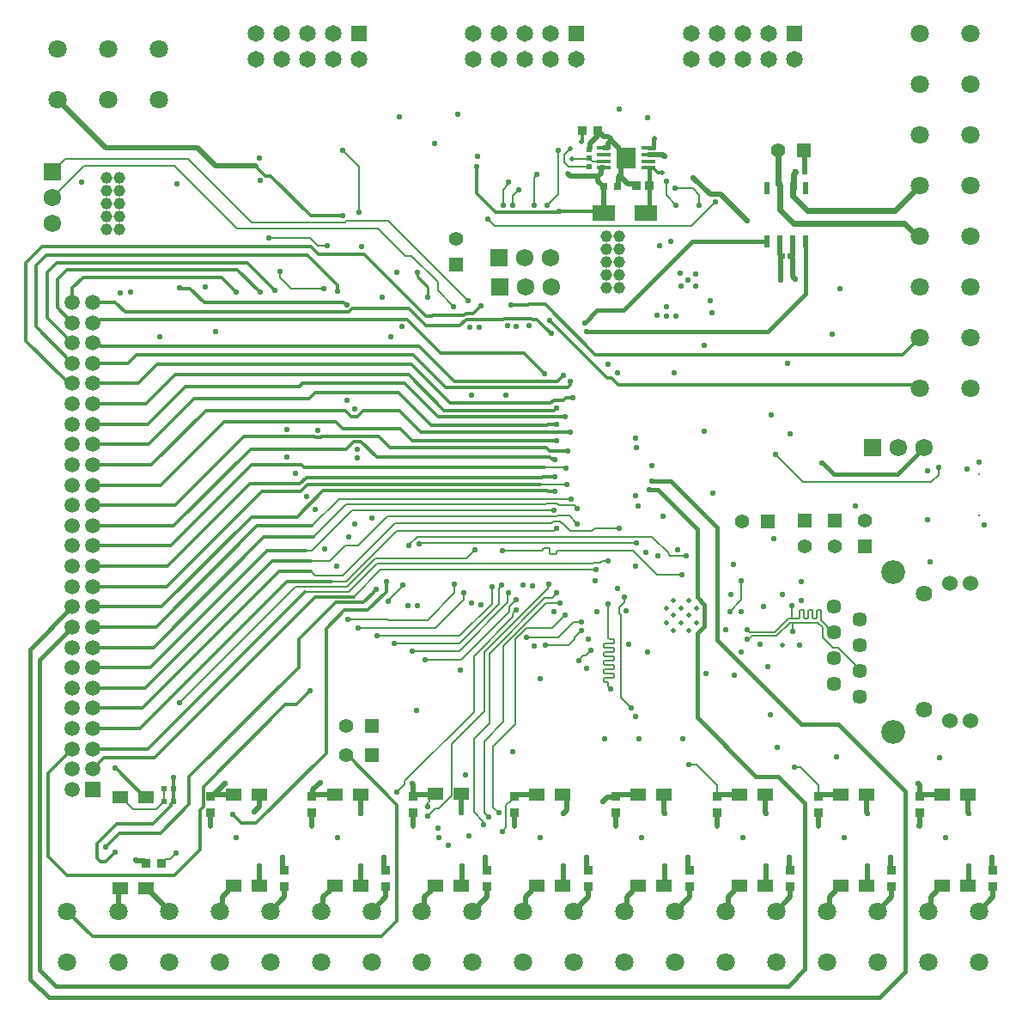
<source format=gbr>
%TF.GenerationSoftware,Altium Limited,Altium Designer,23.2.1 (34)*%
G04 Layer_Physical_Order=6*
G04 Layer_Color=16711680*
%FSLAX45Y45*%
%MOMM*%
%TF.SameCoordinates,D2D2B7A9-F2F8-4E87-A196-037FCC396BAD*%
%TF.FilePolarity,Positive*%
%TF.FileFunction,Copper,L6,Bot,Signal*%
%TF.Part,Single*%
G01*
G75*
%TA.AperFunction,SMDPad,CuDef*%
%ADD11R,0.55000X0.55000*%
%ADD12R,0.55000X0.55000*%
%ADD14R,0.85872X0.91213*%
%ADD15R,0.91213X0.85872*%
%ADD42R,0.80650X0.86822*%
%ADD44R,0.52000X0.52000*%
%TA.AperFunction,Conductor*%
%ADD47C,0.30000*%
%ADD48C,0.40000*%
%ADD49C,0.17000*%
%ADD50C,0.25000*%
%ADD51C,0.50000*%
%ADD53C,0.12700*%
%ADD55C,0.60000*%
%TA.AperFunction,ComponentPad*%
%ADD56C,1.40000*%
%ADD57R,1.40000X1.40000*%
%ADD58C,1.72500*%
%ADD59R,1.72500X1.72500*%
%ADD60R,1.72500X1.72500*%
%ADD61R,1.40000X1.40000*%
%ADD62R,1.50000X1.50000*%
%ADD63C,1.50000*%
%ADD64R,1.65000X1.65000*%
%ADD65C,1.65000*%
%ADD66C,1.15000*%
%ADD67C,1.44600*%
%ADD68C,1.53000*%
%ADD69C,2.35500*%
%ADD70C,1.62500*%
%ADD71C,1.80000*%
%ADD72C,0.27500*%
%TA.AperFunction,ViaPad*%
%ADD73C,0.55000*%
%ADD74C,0.50000*%
%TA.AperFunction,SMDPad,CuDef*%
%ADD75R,1.50000X1.30000*%
%ADD76R,1.84600X2.15000*%
%ADD77R,1.40000X0.45000*%
%ADD78R,2.20000X1.55000*%
%ADD79R,0.70000X0.65000*%
G04:AMPARAMS|DCode=80|XSize=0.55mm|YSize=1.25mm|CornerRadius=0.0495mm|HoleSize=0mm|Usage=FLASHONLY|Rotation=0.000|XOffset=0mm|YOffset=0mm|HoleType=Round|Shape=RoundedRectangle|*
%AMROUNDEDRECTD80*
21,1,0.55000,1.15100,0,0,0.0*
21,1,0.45100,1.25000,0,0,0.0*
1,1,0.09900,0.22550,-0.57550*
1,1,0.09900,-0.22550,-0.57550*
1,1,0.09900,-0.22550,0.57550*
1,1,0.09900,0.22550,0.57550*
%
%ADD80ROUNDEDRECTD80*%
%TA.AperFunction,Conductor*%
%ADD81C,0.50800*%
D11*
X12355010Y4179999D02*
D03*
X12445010D02*
D03*
X12355010Y4304999D02*
D03*
X12445010D02*
D03*
X18578281Y10388600D02*
D03*
X18668280D02*
D03*
D12*
X16543021Y10433600D02*
D03*
Y10343600D02*
D03*
X16545560Y10608860D02*
D03*
Y10518860D02*
D03*
D14*
X12172329Y3575000D02*
D03*
X12327671D02*
D03*
X16475510Y10792460D02*
D03*
X16630852D02*
D03*
D15*
X19800000Y4227671D02*
D03*
Y4072329D02*
D03*
X18801842Y4227671D02*
D03*
Y4072329D02*
D03*
X17803682Y4227671D02*
D03*
Y4072329D02*
D03*
X16805524Y4227671D02*
D03*
Y4072329D02*
D03*
X15807364Y4227671D02*
D03*
Y4072329D02*
D03*
X14809206Y4227671D02*
D03*
Y4072329D02*
D03*
X13811046Y4227670D02*
D03*
Y4072329D02*
D03*
X12812888Y4227671D02*
D03*
Y4072329D02*
D03*
X20525000Y3500000D02*
D03*
Y3344659D02*
D03*
X19526842Y3500000D02*
D03*
Y3344659D02*
D03*
X18528682Y3500000D02*
D03*
Y3344659D02*
D03*
X17530524Y3500000D02*
D03*
Y3344659D02*
D03*
X16532364Y3500000D02*
D03*
Y3344659D02*
D03*
X15534206Y3500000D02*
D03*
Y3344659D02*
D03*
X14536046Y3500000D02*
D03*
Y3344659D02*
D03*
X13537888Y3500000D02*
D03*
Y3344659D02*
D03*
D42*
X17132300Y10253980D02*
D03*
X17007129D02*
D03*
D44*
X18526120Y9555480D02*
D03*
X18446120D02*
D03*
D47*
X13657011Y5134398D02*
X13796243Y5273630D01*
X13549419Y5134398D02*
X13657011D01*
X12739580Y4324560D02*
X13549419Y5134398D01*
X13114989Y3966511D02*
X13262560D01*
X13949680Y4653632D01*
Y5885180D01*
X14362093Y6068060D02*
X14541499Y6247468D01*
X14132561Y6068060D02*
X14362093D01*
X14541499Y6247468D02*
Y6344920D01*
X13338843Y6785643D02*
X13822372D01*
X12253201Y5700001D02*
X13338843Y6785643D01*
X13270226Y6894825D02*
X13808005D01*
X12275401Y5900001D02*
X13270226Y6894825D01*
X13212781Y6984700D02*
X13662276D01*
X13919116Y7241540D02*
X16131540D01*
X13662276Y6984700D02*
X13919116Y7241540D01*
X12881696Y7856220D02*
X12946040Y7920565D01*
X14046484D02*
X14110831Y7856220D01*
X12946040Y7920565D02*
X14046484D01*
X14110831Y7856220D02*
X14678661D01*
X12875259D02*
X12881696D01*
X12319041Y7300001D02*
X12875259Y7856220D01*
X11649999Y7300001D02*
X12319041D01*
X14175763Y9004818D02*
X14208266Y9037320D01*
X11967962Y9004818D02*
X14175763D01*
X11872779Y9100001D02*
X11967962Y9004818D01*
X14762480Y9037320D02*
X14932660Y8867140D01*
X14208266Y9037320D02*
X14762480D01*
X14146115Y9077960D02*
X14152879D01*
X14123254Y9100820D02*
X14146115Y9077960D01*
X12748260Y9100820D02*
X14123254D01*
X12610803Y9238277D02*
X12748260Y9100820D01*
X12509203Y9238277D02*
X12610803D01*
X12504420Y9243060D02*
X12509203Y9238277D01*
X14746210Y8930640D02*
X15076408Y8600440D01*
X11727572Y8930640D02*
X14746210D01*
X11719894Y8922961D02*
X11727572Y8930640D01*
X11649999Y8900000D02*
X11672959Y8922961D01*
X11719894D01*
X13256261Y10439765D02*
X13350604Y10345420D01*
X13256261Y10439765D02*
Y10441940D01*
X13350604Y10345420D02*
X13406120D01*
X13799820Y9951720D01*
X14114780D01*
X15430499Y10175240D02*
X15617290Y9988450D01*
X15430499Y10175240D02*
Y10439400D01*
X15617290Y9988450D02*
X16230086D01*
X16236536Y9994900D02*
X16243300D01*
X16230086Y9988450D02*
X16236536Y9994900D01*
X16691380Y9982640D02*
X16691820Y9982200D01*
X16679120Y9994900D02*
X16691380Y9982640D01*
X16243300Y9994900D02*
X16679120D01*
X17126241Y10425720D02*
X17133740Y10418220D01*
X17222472Y10376989D02*
X17258211D01*
X17259300Y10375900D01*
X17133740Y10418220D02*
X17181239D01*
X17222472Y10376989D01*
X17126241Y10425720D02*
X17132300Y10419660D01*
X16472435Y10688855D02*
Y10789385D01*
X16469360Y10685780D02*
X16472435Y10688855D01*
Y10789385D02*
X16475510Y10792460D01*
X12739580Y4131520D02*
Y4324560D01*
X13949680Y5885180D02*
X14132561Y6068060D01*
X13842815Y7768000D02*
X13899065D01*
X12461941Y7100001D02*
X13136700Y7774760D01*
X13836055D01*
X13905824D02*
X14470560D01*
X13836055D02*
X13842815Y7768000D01*
X13899065D02*
X13905824Y7774760D01*
X14451567Y7571740D02*
X16156940D01*
X14291248Y7732060D02*
X14451567Y7571740D01*
X13205460Y7655560D02*
X14151373D01*
X14227873Y7732060D01*
X12449900Y6900000D02*
X13205460Y7655560D01*
X15310185Y8968740D02*
X15332866Y8991420D01*
X15000208Y8968740D02*
X15310185D01*
X15332866Y8991420D02*
X15399840D01*
X14994827Y8963360D02*
X15000208Y8968740D01*
X14931453Y8963360D02*
X14994827D01*
X15707175Y8940120D02*
X15979324D01*
X15986266Y8933180D01*
X16026927D02*
X16121010Y8839097D01*
X15986266Y8933180D02*
X16026927D01*
X15335013D02*
X15700235D01*
X15268973Y8867140D02*
X15335013Y8933180D01*
X15700235D02*
X15707175Y8940120D01*
X15399840Y8991420D02*
X15476221Y9067800D01*
X14932660Y8867140D02*
X15268973D01*
X13878419Y9573260D02*
X14321553D01*
X14931453Y8963360D01*
X15076408Y8600440D02*
X15902940D01*
X16103600Y8399780D01*
X12600940Y4422140D02*
X13682980Y5504180D01*
Y5781040D02*
X14043660Y6141720D01*
X13682980Y5504180D02*
Y5781040D01*
X14043660Y6141720D02*
X14320520D01*
X15938776Y9070000D02*
X15949275Y9080500D01*
X15770000Y9070000D02*
X15938776D01*
X15949275Y9080500D02*
X16111285D01*
X16121010Y8839097D02*
X16126231D01*
X11200000Y9396600D02*
X11290300Y9486900D01*
X11200000Y8949999D02*
Y9396600D01*
Y8949999D02*
X11449998Y8700001D01*
X11300000Y9049999D02*
X11449998Y8900000D01*
X11300000Y9331500D02*
X11391900Y9423400D01*
X11300000Y9049999D02*
Y9331500D01*
X10990580Y9491980D02*
X11150600Y9652000D01*
X10990580Y8719820D02*
Y9491980D01*
Y8719820D02*
X11376396Y8334004D01*
X16197946Y8036560D02*
X16223346Y8061960D01*
X16225520D01*
X15115540Y8036560D02*
X16197946D01*
X14765021Y8387080D02*
X15115540Y8036560D01*
X16160513Y8105140D02*
X16193832Y8138460D01*
X14790421Y8486140D02*
X15171420Y8105140D01*
X16160513D01*
X15133321Y8262620D02*
X16329660D01*
X16353773Y8286733D01*
X14810741Y8585200D02*
X15133321Y8262620D01*
X16353773Y8286733D02*
Y8314673D01*
X16357600Y8318500D01*
X16193832Y8138460D02*
X16257207D01*
X16285728Y8134790D02*
X16314499Y8163560D01*
X16260876Y8134790D02*
X16285728D01*
X16257207Y8138460D02*
X16260876Y8134790D01*
X11995041Y8500001D02*
X12080240Y8585200D01*
X14810741D01*
X11722093Y8677040D02*
X11727572Y8671560D01*
X14864079D02*
X15214600Y8321040D01*
X11649999Y8700001D02*
X11672959Y8677040D01*
X11722093D01*
X11727572Y8671560D02*
X14864079D01*
X14058900Y9207500D02*
Y9268460D01*
X11188700Y9563100D02*
X13764259D01*
X14058900Y9268460D01*
X13524467Y9652000D02*
X13799680D01*
X13878419Y9573260D01*
X13460493Y9652000D02*
X13460793Y9651700D01*
X11150600Y9652000D02*
X13460493D01*
X13524167Y9651700D02*
X13524467Y9652000D01*
X13460793Y9651700D02*
X13524167D01*
X11557000Y9347200D02*
X12920979D01*
X13065759Y9202420D01*
X11391900Y9423400D02*
X13073380D01*
X13296899Y9199880D01*
X11290300Y9486900D02*
X13172440D01*
X13441679Y9217660D01*
X12445505Y4305492D02*
Y4419105D01*
X12446000Y4419600D01*
X12445011Y4304997D02*
X12445505Y4305492D01*
X11877620Y4508500D02*
X12161682Y4224438D01*
X11871960Y4508500D02*
X11877620D01*
X12161682Y4224438D02*
X12171682D01*
X12255500Y4610100D02*
X13842999Y6197600D01*
X11649999Y4500001D02*
X11760098Y4610100D01*
X12255500D01*
X12245340Y3959860D02*
X12420208Y4134728D01*
X11884660Y3959860D02*
X12245340D01*
X11688940Y3764140D02*
X11884660Y3959860D01*
X11688940Y3622728D02*
Y3764140D01*
X12420208Y4134728D02*
Y4155195D01*
X12445011Y4179997D01*
X11688940Y3622728D02*
X11727867Y3583801D01*
X11777841D01*
X11871960Y3677920D01*
X11915525Y3868805D02*
X12316845D01*
X12600940Y4152900D01*
X11775440Y3728720D02*
X11915525Y3868805D01*
X12445011Y4179997D02*
Y4304997D01*
X14320520Y6141720D02*
X14419279Y6240480D01*
X12600940Y4152900D02*
Y4422140D01*
X14419279Y6240480D02*
Y6245228D01*
X14442439Y6268388D01*
X13842999Y6197600D02*
X14222021D01*
X13027660Y4053840D02*
X13114989Y3966511D01*
X12705080Y4097020D02*
X12739580Y4131520D01*
X12705080Y3703320D02*
Y4097020D01*
X12451080Y3449320D02*
X12705080Y3703320D01*
X11206480Y3637280D02*
X11394440Y3449320D01*
X12451080D01*
X11206480Y3637280D02*
Y4456482D01*
X11449998Y4700001D01*
X19718851Y8290560D02*
X19759410Y8250000D01*
X16828532Y8290560D02*
X19718851D01*
X16765033Y8354060D02*
X16828532Y8290560D01*
X19759410Y8250000D02*
X19800000D01*
X16154401Y8923020D02*
X16202361Y8875060D01*
X16203867D02*
X16248680Y8830247D01*
Y8828740D02*
X16723360Y8354060D01*
X16202361Y8875060D02*
X16203867D01*
X16248680Y8828740D02*
Y8830247D01*
X16723360Y8354060D02*
X16765033D01*
X16111285Y9080500D02*
X16606586Y8585200D01*
X19635152D02*
X19799995Y8750044D01*
X16606586Y8585200D02*
X19635152D01*
X11649999Y9100001D02*
X11872779D01*
X16166768Y8798560D02*
X16172180D01*
X16126231Y8839097D02*
X16166768Y8798560D01*
X14442439Y6268388D02*
Y6273800D01*
X12229480Y7500000D02*
X12763500Y8034020D01*
X14138673D01*
X11649999Y7500000D02*
X12229480D01*
X16228059Y8321040D02*
X16289020Y8382000D01*
X15214600Y8321040D02*
X16228059D01*
X11449998Y9240198D02*
X11557000Y9347200D01*
X11449998Y9100001D02*
Y9240198D01*
X11378841Y8334004D02*
X11412845Y8300000D01*
X11376396Y8334004D02*
X11378841D01*
X11412845Y8300000D02*
X11449998D01*
X11087100Y8862899D02*
X11449998Y8500001D01*
X11087100Y8862899D02*
Y9461500D01*
X11188700Y9563100D01*
X16314499Y8163560D02*
X16380460D01*
X12094760Y8300000D02*
X12280900Y8486140D01*
X14790421D01*
X11649999Y8300000D02*
X12094760D01*
X11649999Y8500001D02*
X11995041D01*
X12198341Y7700001D02*
X12646660Y8148320D01*
X13779500D01*
X13843300Y8212120D01*
X13687228Y8272780D02*
X13715169Y8300720D01*
X12192600Y7900000D02*
X12565380Y8272780D01*
X13687228D01*
X11649999Y8100001D02*
X12176701D01*
X12463780Y8387080D01*
X14765021D01*
X11649999Y7900000D02*
X12192600D01*
X11649999Y7700001D02*
X12198341D01*
X15052040Y7973060D02*
X16304260D01*
X14724380Y8300720D02*
X15052040Y7973060D01*
X16136620Y7894320D02*
X16218787D01*
X16131540Y7889240D02*
X16136620Y7894320D01*
X16352895Y7817820D02*
X16353975Y7818900D01*
X14884700Y7817820D02*
X16352895D01*
X16215359Y7736840D02*
X16217900Y7734300D01*
X14798039Y7736840D02*
X16215359D01*
X16123209Y7665720D02*
X16156229Y7632700D01*
X16334740D01*
X13715169Y8300720D02*
X14724380D01*
X13843300Y8212120D02*
X14663120D01*
X14986000Y7889240D02*
X16131540D01*
X14663120Y8212120D02*
X14986000Y7889240D01*
X14668500Y8034020D02*
X14884700Y7817820D01*
X14319487Y8034020D02*
X14668500D01*
X14260767Y7975300D02*
X14319487Y8034020D01*
X14138673D02*
X14197392Y7975300D01*
X14260767D01*
X14678661Y7856220D02*
X14798039Y7736840D01*
X14579601Y7665720D02*
X16123209D01*
X14470560Y7774760D02*
X14579601Y7665720D01*
X11649999Y5900001D02*
X12275401D01*
X12328081Y6100000D02*
X13212781Y6984700D01*
X11649999Y6100000D02*
X12328081D01*
X12417541Y6700001D02*
X13218159Y7500620D01*
X11649999Y6700001D02*
X12417541D01*
X13218159Y7500620D02*
X13703848D01*
X13195300Y7310120D02*
X13688060D01*
X12385180Y6500000D02*
X13195300Y7310120D01*
X11649999Y6500000D02*
X12385180D01*
X11649999Y7100001D02*
X12461941D01*
X11649999Y6900000D02*
X12449900D01*
X16173433Y7555247D02*
X16198833D01*
X16202660Y7551420D01*
X16156940Y7571740D02*
X16173433Y7555247D01*
X16081773Y7376160D02*
X16089394Y7383780D01*
X16207739D01*
X16135333Y7237747D02*
X16198833D01*
X16131540Y7241540D02*
X16135333Y7237747D01*
X16198833D02*
X16202660Y7233920D01*
X13699252Y7236460D02*
X13767833Y7305040D01*
X16057208D01*
X14227873Y7732060D02*
X14291248D01*
X13703848Y7500620D02*
X13734328Y7470140D01*
X16105643D01*
X13754100Y7376160D02*
X16081773D01*
X13688060Y7310120D02*
X13754100Y7376160D01*
X12378221Y6300001D02*
X13314680Y7236460D01*
X13699252D01*
X11649999Y6300001D02*
X12378221D01*
X11649999Y4700001D02*
X12193001D01*
X13742999Y6250000D01*
X11649999Y5700001D02*
X12253201D01*
X12166236Y5300001D02*
X13416235Y6550000D01*
X13800000D01*
X11649999Y5500000D02*
X12216236D01*
X13366235Y6650000D01*
X13750000D01*
X11649999Y5300001D02*
X12166236D01*
X11649999Y4900001D02*
X12116236D01*
X13566235Y6350000D02*
X14000000D01*
X12116236Y4900001D02*
X13566235Y6350000D01*
X11649999Y5100000D02*
X12141236D01*
X13491235Y6450000D01*
X13800000D01*
X11400000Y3100000D02*
X11650000Y2850000D01*
X14492384D01*
X14650000Y3007615D01*
Y4150000D01*
X14164500Y4635500D02*
X14650000Y4150000D01*
X14147800Y4635500D02*
X14164500D01*
D48*
X18845779Y7513320D02*
X18954999Y7404100D01*
X19580820D02*
X19848810Y7672090D01*
X18954999Y7404100D02*
X19580820D01*
X18841721Y7513320D02*
X18845779D01*
X18308392Y8813873D02*
X18679160Y9184640D01*
X16521298Y8813873D02*
X18308392D01*
X17176241Y10706694D02*
X17183099Y10713554D01*
X17176241Y10623220D02*
Y10706694D01*
X17183099Y10713554D02*
Y10716260D01*
X17173740Y10620720D02*
X17176241Y10623220D01*
X17126241Y10620720D02*
X17173740D01*
X17101820Y9982200D02*
X17132300Y10012680D01*
Y10250894D01*
Y10253980D02*
Y10419660D01*
X17607280Y5836041D02*
X17679700Y5908461D01*
X17607280Y5008880D02*
Y5836041D01*
Y5008880D02*
X18187669Y4428490D01*
X16500000Y8900000D02*
X16622079Y9022080D01*
X16885921D02*
X17563220Y9699380D01*
X16622079Y9022080D02*
X16885921D01*
X18187669Y4428490D02*
X18403571D01*
X18669000Y4163060D01*
Y2527300D02*
Y4163060D01*
X17607280Y6195155D02*
Y6865620D01*
X17679700Y5908461D02*
Y6122735D01*
X17607280Y6195155D02*
X17679700Y6122735D01*
X17221201Y7251700D02*
X17607280Y6865620D01*
X18679160Y9184640D02*
Y9699380D01*
X17563220D02*
X18298160D01*
X17132300Y7251700D02*
X17221201D01*
X17346300Y7342500D02*
X17805400Y6883400D01*
X17159599Y7342500D02*
X17346300D01*
X17805400Y5906458D02*
Y6883400D01*
Y5772462D02*
X18637563Y4940300D01*
X17805180Y5906238D02*
X17805400Y5906458D01*
Y5772462D02*
Y5838502D01*
X17805180Y5838722D02*
X17805400Y5838502D01*
X17805180Y5838722D02*
Y5906238D01*
X18503900Y2362200D02*
X18669000Y2527300D01*
X11285613Y2362200D02*
X18503900D01*
X18637563Y4940300D02*
X18999200D01*
X19659599Y4279900D01*
Y2501900D02*
Y4279900D01*
X19405600Y2247900D02*
X19659599Y2501900D01*
X11214100Y2247900D02*
X19405600D01*
X11125200Y2522613D02*
X11285613Y2362200D01*
X11030305Y2431695D02*
X11214100Y2247900D01*
X11125200Y5575202D02*
X11449998Y5900001D01*
X11125200Y2522613D02*
Y5575202D01*
X11030305Y2431695D02*
Y5680307D01*
X11449998Y6100000D01*
X17157700Y7340600D02*
X17159599Y7342500D01*
D49*
X18376900Y7602220D02*
X18648680Y7330440D01*
X19916141D01*
X19987260Y7401560D01*
Y7477760D01*
X15652901Y6127900D02*
Y6282801D01*
X15265401Y5740400D02*
X15652901Y6127900D01*
X14265572Y6702879D02*
X14553236Y6990544D01*
X13988562Y6550000D02*
X14141441Y6702879D01*
X14265572D01*
X13800000Y6550000D02*
X13988562D01*
X16259206Y6939317D02*
X16274722Y6923801D01*
X16189726Y6939317D02*
X16259206D01*
X16174210Y6923801D02*
X16189726Y6939317D01*
X14148729Y7112000D02*
X16114397D01*
X13822372Y6785643D02*
X14148729Y7112000D01*
X13808005Y6894825D02*
X14075980Y7162800D01*
X16366637D01*
X13216060Y9890320D02*
X14140213D01*
X11379200Y10515600D02*
X12590780D01*
X13216060Y9890320D01*
X13071289Y9825238D02*
X14462242D01*
X12628880Y10267647D02*
Y10271760D01*
X11564620Y10447020D02*
X12453620D01*
X12628880Y10271760D01*
Y10267647D02*
X13071289Y9825238D01*
X11252200Y10134600D02*
X11564620Y10447020D01*
X11252200Y10388600D02*
X11379200Y10515600D01*
X14462242Y9825238D02*
X14732001Y9555480D01*
X14140213Y9890320D02*
X14150813Y9900920D01*
X14732001Y9555480D02*
X14792960D01*
X15049500Y9220200D02*
Y9298940D01*
X14792960Y9555480D02*
X15049500Y9298940D01*
X14564360Y9900920D02*
X15349220Y9116060D01*
X14150813Y9900920D02*
X14564360D01*
X14274800Y9984740D02*
Y10434320D01*
X14114780Y10594340D02*
X14274800Y10434320D01*
X13870940Y9654540D02*
X13964920D01*
X13792200Y9733280D02*
X13870940Y9654540D01*
X15049500Y9220200D02*
X15209520Y9060180D01*
X16545560Y10518860D02*
X16573700Y10490720D01*
X16686240D01*
X16294504Y10482176D02*
X16343080Y10433600D01*
X16543021D01*
X16294504Y10482176D02*
Y10554104D01*
X16375380Y10515600D02*
X16542300D01*
X16545560Y10518860D01*
X16294504Y10554104D02*
X16357600Y10617200D01*
X17553198Y9849000D02*
X17791138Y10086939D01*
X15614500Y9849000D02*
X17553198D01*
X15544800Y9918700D02*
X15614500Y9849000D01*
X17302480Y10154920D02*
Y10297160D01*
Y10154920D02*
X17399001Y10058400D01*
X16238220Y10167620D02*
Y10594340D01*
X16128999Y10058400D02*
X16238220Y10167620D01*
X16733521Y5791498D02*
Y5808887D01*
Y5791498D02*
X16743478Y5781539D01*
X16783823D01*
X16790182Y5775179D01*
Y5745499D02*
Y5775179D01*
X16783823Y5739139D02*
X16790182Y5745499D01*
X16694913Y5739139D02*
X16783823D01*
X16688551Y5732779D02*
X16694913Y5739139D01*
X16688551Y5703099D02*
Y5732779D01*
Y5703099D02*
X16694913Y5696739D01*
X16783823D01*
X16790182Y5690380D01*
Y5660699D02*
Y5690380D01*
X16783823Y5654339D02*
X16790182Y5660699D01*
X16694913Y5654339D02*
X16783823D01*
X16688551Y5647980D02*
X16694913Y5654339D01*
X16688551Y5618299D02*
Y5647980D01*
Y5618299D02*
X16694913Y5611939D01*
X16783823D01*
X16790182Y5605580D01*
Y5575899D02*
Y5605580D01*
X16783823Y5569540D02*
X16790182Y5575899D01*
X16694913Y5569540D02*
X16783823D01*
X16688551Y5563180D02*
X16694913Y5569540D01*
X16688551Y5533499D02*
Y5563180D01*
Y5533499D02*
X16694913Y5527140D01*
X16783823D01*
X16790182Y5520780D01*
Y5491100D02*
Y5520780D01*
X16783823Y5484740D02*
X16790182Y5491100D01*
X16694913Y5484740D02*
X16783823D01*
X16688551Y5478380D02*
X16694913Y5484740D01*
X16688551Y5448700D02*
Y5478380D01*
Y5448700D02*
X16694913Y5442340D01*
X16783823D01*
X16790182Y5435980D01*
Y5406300D02*
Y5435980D01*
X16783823Y5399940D02*
X16790182Y5406300D01*
X16694913Y5399940D02*
X16783823D01*
X16688551Y5393580D02*
X16694913Y5399940D01*
X16688551Y5363900D02*
Y5393580D01*
Y5363900D02*
X16694913Y5357540D01*
X16723563D01*
X16733521Y5347581D01*
Y5339080D02*
Y5347581D01*
X16438879Y5572760D02*
X16485840Y5619720D01*
X16506160D02*
X16558260Y5671820D01*
X16485840Y5619720D02*
X16506160D01*
X16337215Y5720080D02*
X16398383Y5781247D01*
Y5793882D02*
X16466820Y5862320D01*
X16398383Y5781247D02*
Y5793882D01*
X16113760Y5720080D02*
X16337215D01*
X17330420Y6608701D02*
Y6624320D01*
X17340379Y6598742D02*
X17500423D01*
X14848367Y6791960D02*
X17162781D01*
X17330420Y6624320D01*
Y6608701D02*
X17340379Y6598742D01*
X14765021Y6708612D02*
X14848367Y6791960D01*
X14765021Y6700520D02*
Y6708612D01*
X17010381Y6725920D02*
X17012920Y6728460D01*
X14869160Y6725920D02*
X17010381D01*
X14866620Y6723380D02*
X14869160Y6725920D01*
X17500423Y6598742D02*
X17503140Y6601460D01*
X16232481Y6654800D02*
X16266161D01*
X16222311Y6644630D02*
X16232481Y6654800D01*
X16222311Y6627393D02*
Y6644630D01*
X16212141Y6617223D02*
X16222311Y6627393D01*
X16164680Y6617223D02*
X16212141D01*
X16154510Y6627393D02*
X16164680Y6617223D01*
X16154510Y6627393D02*
Y6666433D01*
X16144341Y6676603D02*
X16154510Y6666433D01*
X16096881Y6676603D02*
X16144341D01*
X16086711Y6666433D02*
X16096881Y6676603D01*
X16086711Y6664970D02*
Y6666433D01*
X16076541Y6654800D02*
X16086711Y6664970D01*
X16068040Y6654800D02*
X16076541D01*
X16266161D02*
X16974820D01*
X15689580D02*
X16068040D01*
X15267940Y5816600D02*
X15582899Y6131560D01*
X14452600Y5816600D02*
X15267940D01*
X15582899Y6131560D02*
Y6299200D01*
X16279221Y6923801D02*
X16357722Y6845300D01*
X16274722Y6923801D02*
X16279221D01*
X14627621D02*
X16174210D01*
X16221542Y6875062D02*
X16224466D01*
X13750000Y6650000D02*
X13810260D01*
X14208760Y7048500D02*
X16098500D01*
X13810260Y6650000D02*
X14208760Y7048500D01*
X14114780Y6410960D02*
X14627621Y6923801D01*
X13800000Y6450000D02*
X13839040Y6410960D01*
X14114780D01*
X13497560Y9344660D02*
Y9403080D01*
Y9344660D02*
X13604240Y9237980D01*
X13926820D01*
X13383260Y9733280D02*
X13792200D01*
X12501880Y5153660D02*
X13644881Y6296660D01*
X14155420D01*
X14437360Y6578600D01*
X15335400D01*
X15420340Y6663540D01*
X12327670Y3574998D02*
Y3577669D01*
X12362105Y3612105D01*
X12415745D01*
X12473940Y3670300D01*
X12355008Y4179997D02*
Y4304997D01*
X12279651Y4104640D02*
X12355008Y4179997D01*
X12047480Y4104640D02*
X12279651D01*
X11927682Y4224438D02*
X12047480Y4104640D01*
X11917682Y4224438D02*
X11927682D01*
X14564360Y6154420D02*
Y6162040D01*
X14706599Y6304280D01*
Y6311900D01*
X14222021Y6197600D02*
X14488722Y6464300D01*
X14168120Y5976620D02*
X14558665D01*
X14566286Y5969000D02*
X14947900D01*
X14558665Y5976620D02*
X14566286Y5969000D01*
X16974820Y6654800D02*
X17216119Y6413500D01*
X16311880Y7470140D02*
X16314420Y7467600D01*
X16057208Y7305040D02*
X16324580D01*
X16105643Y7470140D02*
X16311880D01*
X14150000Y6350000D02*
X14650000Y6850000D01*
X16196481D01*
X14000000Y6350000D02*
X14150000D01*
X16196481Y6850000D02*
X16221542Y6875062D01*
X16357722Y6845300D02*
X16572318D01*
X16576105Y6527800D02*
X16582605Y6534300D01*
X16649699D01*
X14174800Y6250000D02*
X14452600Y6527800D01*
X16649699Y6534300D02*
X16668600Y6553200D01*
X14452600Y6527800D02*
X16576105D01*
X16668600Y6553200D02*
X16725900D01*
X13742999Y6250000D02*
X14174800D01*
X18567400Y4521200D02*
X18623341D01*
X18801839Y4342701D01*
X16114397Y7112000D02*
X16120247Y7117850D01*
X16098500Y7048500D02*
X16100000Y7050000D01*
X16572318Y6845300D02*
X16600557Y6873539D01*
X16840199D01*
X14488722Y6464300D02*
X16611600D01*
X15303500Y6172200D02*
Y6235700D01*
X15024100Y5892800D02*
X15303500Y6172200D01*
X14262100Y5892800D02*
X15024100D01*
X15214600Y6235700D02*
Y6324600D01*
X14947900Y5969000D02*
X15214600Y6235700D01*
X15741685Y6140486D02*
Y6229386D01*
X15265401Y5664200D02*
X15741685Y6140486D01*
Y6229386D02*
X15748000Y6235700D01*
X15652901Y6282801D02*
X15683249Y6313151D01*
X15754201Y6051400D02*
Y6099595D01*
X14922501Y5575300D02*
X15278101D01*
X15754201Y6051400D01*
X14795500Y5664200D02*
X15265401D01*
X14617700Y5740400D02*
X15265401D01*
X15754201Y6099595D02*
X15795206Y6140600D01*
X15798466D01*
X15824200Y6166334D01*
Y6172200D01*
X15793845Y6031315D02*
X15824200Y6061670D01*
Y6070600D01*
X15793845Y6002144D02*
Y6031315D01*
X15405099Y5613400D02*
X15793845Y6002144D01*
X15405099Y5064390D02*
Y5613400D01*
X16069800Y6214600D02*
X16069800D01*
X15506700Y5067300D02*
Y5651500D01*
X16069800Y6214600D01*
X16069800D02*
X16135387Y6280186D01*
X15557500Y4953000D02*
Y5638800D01*
X16103600Y6184900D02*
X16178741D01*
X15557500Y5638800D02*
X16103600Y6184900D01*
X15697200Y4965700D02*
Y5715000D01*
X16116299Y6134100D02*
X16256000D01*
X15697200Y5715000D02*
X16116299Y6134100D01*
X15811501Y4940300D02*
Y5778500D01*
X15925800Y5892800D02*
X16179800D01*
X15811501Y5778500D02*
X15925800Y5892800D01*
X16135387Y6280186D02*
Y6309356D01*
X16190762Y6199633D02*
X16217900Y6226770D01*
X16190762Y6196921D02*
Y6199633D01*
X16217900Y6226770D02*
Y6235700D01*
X16178741Y6184900D02*
X16190762Y6196921D01*
X14725806Y4385095D02*
X15405099Y5064390D01*
X14725806Y4349905D02*
Y4385095D01*
X14650752Y4274853D02*
X14725806Y4349905D01*
X15190002Y4750602D02*
X15506700Y5067300D01*
X15190002Y4237818D02*
Y4750602D01*
X15062750Y4110567D02*
X15190002Y4237818D01*
X15027461Y4110567D02*
X15062750D01*
X14947900Y4038600D02*
X14955495D01*
X15027461Y4110567D01*
X14965701Y4193500D02*
X15022202Y4250000D01*
X14965701Y4183500D02*
Y4193500D01*
X14954214Y4136315D02*
Y4172012D01*
X15022202Y4250000D02*
X15032202D01*
X14954214Y4172012D02*
X14965701Y4183500D01*
X14947900Y4130000D02*
X14954214Y4136315D01*
X16179800Y5892800D02*
X16306799Y6019800D01*
X15595599Y4724400D02*
X15811501Y4940300D01*
X15595599Y4123737D02*
Y4724400D01*
Y4123737D02*
X15651364Y4067973D01*
X15506700Y4775200D02*
X15697200Y4965700D01*
X15506700Y4074277D02*
Y4775200D01*
Y4074277D02*
X15556306Y4024669D01*
X15405099Y4800600D02*
X15557500Y4953000D01*
X15405099Y4076882D02*
Y4800600D01*
Y4076882D02*
X15497183Y3984798D01*
Y3960219D02*
X15503497Y3953904D01*
X15497183Y3960219D02*
Y3984798D01*
X15684500Y3886200D02*
X15722600Y3924300D01*
Y4142909D01*
X15770256Y4190565D01*
X15804692Y4227672D02*
X15807362D01*
X15770256Y4193236D02*
X15804692Y4227672D01*
X15770256Y4190565D02*
Y4193236D01*
X18801839Y4227672D02*
Y4342701D01*
X17803680Y4227672D02*
Y4342701D01*
X17599782Y4546600D02*
X17803680Y4342701D01*
X17525999Y4546600D02*
X17599782D01*
X17386301Y10223500D02*
X17564101D01*
X17627600Y10160000D01*
Y10058400D02*
Y10160000D01*
X16027400Y10354270D02*
Y10363200D01*
X15999950Y10056350D02*
Y10326820D01*
X16027400Y10354270D01*
X15741991Y10280991D02*
X15748000Y10287000D01*
X15741991Y10255591D02*
Y10280991D01*
X15697200Y10058400D02*
Y10210800D01*
X15741991Y10255591D01*
X15786099Y10058400D02*
Y10147300D01*
X15849600Y10210800D01*
X16733521Y5808887D02*
Y6129020D01*
Y5312198D02*
Y5339080D01*
X16756380Y5285740D02*
Y5289338D01*
X16733521Y5312198D02*
X16756380Y5289338D01*
X16857980Y5204460D02*
Y6014785D01*
Y5204460D02*
X16957040Y5105400D01*
X16838780Y6033985D02*
Y6091975D01*
Y6033985D02*
X16857980Y6014785D01*
X16838780Y6091975D02*
X16889880Y6143075D01*
Y6196480D01*
X15934654Y5800054D02*
X16241994D01*
X16393159Y5951220D01*
X15928340Y5793740D02*
X15934654Y5800054D01*
X17216119Y6413500D02*
X17454880D01*
X16393159Y5951220D02*
X16469360D01*
X17929860Y6055360D02*
X18044160Y6169660D01*
Y6360160D01*
X18547079Y5857240D02*
Y5945240D01*
X18554163Y5984240D02*
X18602837D01*
X18505489D02*
X18554163D01*
X18544540Y5993862D02*
X18554163Y5984240D01*
X18544540Y5993862D02*
Y6108700D01*
X18833296Y5965199D02*
X18878699Y5919797D01*
X18833296Y5965199D02*
Y6058944D01*
X18824817Y6067423D02*
X18833296Y6058944D01*
X18799376Y6067423D02*
X18824817D01*
X18790897Y6058944D02*
X18799376Y6067423D01*
X18790897Y5992720D02*
Y6058944D01*
X18782417Y5984240D02*
X18790897Y5992720D01*
X18756976Y5984240D02*
X18782417D01*
X18748495Y5992720D02*
X18756976Y5984240D01*
X18748495Y5992720D02*
Y6058944D01*
X18740018Y6067423D02*
X18748495Y6058944D01*
X18714577Y6067423D02*
X18740018D01*
X18706096Y6058944D02*
X18714577Y6067423D01*
X18706096Y5992720D02*
Y6058944D01*
X18697617Y5984240D02*
X18706096Y5992720D01*
X18672176Y5984240D02*
X18697617D01*
X18663696Y5992720D02*
X18672176Y5984240D01*
X18663696Y5992720D02*
Y6058944D01*
X18655217Y6067423D02*
X18663696Y6058944D01*
X18629776Y6067423D02*
X18655217D01*
X18621297Y6058944D02*
X18629776Y6067423D01*
X18621297Y5994198D02*
Y6058944D01*
X18611337Y5984240D02*
X18621297Y5994198D01*
X18602837Y5984240D02*
X18611337D01*
X18878699Y5919797D02*
X18885797Y5912698D01*
X18547079Y5945240D02*
X18798102D01*
X18521642D02*
X18547079D01*
X18388441Y5812040D02*
X18521642Y5945240D01*
X18131512Y5799940D02*
X18143613Y5812040D01*
X18110077Y5869940D02*
X18128976Y5851040D01*
X18372287D01*
X18102519Y5869940D02*
X18110077D01*
X18143613Y5812040D02*
X18388441D01*
X18110077Y5781040D02*
X18128976Y5799940D01*
X18102519Y5781040D02*
X18110077D01*
X18372287Y5851040D02*
X18505489Y5984240D01*
X18128976Y5799940D02*
X18131512D01*
X18950607Y5697699D02*
X18996986D01*
X18846797Y5801509D02*
X18950607Y5697699D01*
X18798102Y5945240D02*
X18846797Y5896544D01*
X18942824Y5845499D02*
X18952997D01*
X18846797Y5801509D02*
Y5896544D01*
X18885797Y5902525D02*
Y5912698D01*
Y5902525D02*
X18942824Y5845499D01*
X18996986Y5697699D02*
X19206998Y5487688D01*
Y5464499D02*
Y5487688D01*
D50*
X14950000Y9150000D02*
Y9250000D01*
X14850500Y9349500D02*
X14950000Y9250000D01*
X14850000Y9400000D02*
X14850500Y9399500D01*
Y9349500D02*
Y9399500D01*
D51*
X16548061Y10662880D02*
X16630852Y10745671D01*
X16684061Y10736580D02*
X16730980D01*
X16648787Y10771853D02*
X16684061Y10736580D01*
X16630852Y10745671D02*
Y10771853D01*
X13289883Y4131274D02*
Y4250002D01*
X13241618Y4083008D02*
X13289883Y4131274D01*
X15284869Y4068909D02*
Y4248669D01*
X11780260Y10619740D02*
X12682220D01*
X12860020Y10441940D02*
X13256261D01*
X12682220Y10619740D02*
X12860020Y10441940D01*
X11300000Y11100000D02*
X11780260Y10619740D01*
X16632640Y10297520D02*
X16688879Y10241280D01*
X16691380D01*
X16632640Y10297520D02*
Y10343600D01*
X17737061Y10164839D02*
X17835161D01*
X17571719Y10330180D02*
X17737061Y10164839D01*
X17835161D02*
X18100000Y9900000D01*
X16686240Y10620720D02*
X16728740D01*
X16731239Y10665720D02*
X16755089Y10689570D01*
X16751418Y10698425D02*
X16838939Y10610903D01*
X16731239Y10623220D02*
Y10665720D01*
X16728740Y10620720D02*
X16731239Y10623220D01*
X16838939Y10590520D02*
Y10610903D01*
X16755089Y10689570D02*
Y10712470D01*
X16730980Y10736580D02*
X16755089Y10712470D01*
X16838939Y10590520D02*
X16906239Y10523220D01*
X16630852Y10771853D02*
Y10792460D01*
X16548061Y10611360D02*
Y10662880D01*
X16545560Y10608860D02*
X16548061Y10611360D01*
X16691380Y9982640D02*
Y10241280D01*
X16831380Y10334060D02*
X16857980Y10360660D01*
Y10333000D02*
Y10360660D01*
Y10333000D02*
X16927164Y10263817D01*
X16997292D02*
X17007129Y10253980D01*
X16927164Y10263817D02*
X16997292D01*
X16857980Y10360660D02*
Y10474961D01*
X16831380Y10248780D02*
Y10334060D01*
X16823880Y10241280D02*
X16831380Y10248780D01*
X16857980Y10474961D02*
X16906239Y10523220D01*
X16821381Y10241280D02*
X16823880D01*
X16662399Y10423220D02*
X16664900Y10425720D01*
X16662399Y10373360D02*
Y10423220D01*
X16664900Y10425720D02*
X16686240D01*
X16632640Y10343600D02*
X16662399Y10373360D01*
X16543021Y10343600D02*
X16632640D01*
X16332201Y10370820D02*
X16359419Y10343600D01*
X16543021D01*
X17126241Y10555720D02*
X17268626D01*
X17283347Y10541000D01*
X17284700D01*
X18526120Y9555480D02*
X18552161Y9529440D01*
Y9351093D02*
Y9529440D01*
Y9558020D02*
Y9699380D01*
Y9351093D02*
X18577560Y9325693D01*
Y9324340D02*
Y9325693D01*
X15284869Y4248669D02*
X15286201Y4250002D01*
X12837886D02*
X13035884D01*
X12812885Y4227672D02*
X12830206Y4244994D01*
X12842894D01*
X12154392Y3595605D02*
X12172328Y3577669D01*
X12076195Y3595605D02*
X12154392D01*
X12070080Y3601720D02*
X12076195Y3595605D01*
X12172328Y3574998D02*
Y3577669D01*
X12400000Y3100000D02*
Y3106121D01*
X12171682Y3324440D02*
X12181682D01*
X12400000Y3106121D01*
X11899999Y3306757D02*
X11917682Y3324440D01*
X11899999Y3100001D02*
Y3306757D01*
X16289264Y4064000D02*
X16322040Y4096776D01*
X16284361Y4250000D02*
X16322040Y4212322D01*
Y4096776D02*
Y4212322D01*
X15286201Y3349998D02*
X15291106Y3354901D01*
Y3543300D01*
X14834204Y4250002D02*
X15032202D01*
X14809203Y3937698D02*
Y4072330D01*
X14808505Y3937000D02*
X14809203Y3937698D01*
X14896318Y3100004D02*
X14921191Y3124878D01*
Y3238988D01*
X14795805Y4356100D02*
X14809203Y4342701D01*
Y4227672D02*
Y4342701D01*
X15396318Y3100004D02*
X15534206Y3237891D01*
Y3344659D01*
X15519705Y3514500D02*
Y3632200D01*
Y3514500D02*
X15534206Y3500000D01*
X14921191Y3238988D02*
X14982202Y3299998D01*
Y3309998D02*
X15022202Y3349998D01*
X15032202D01*
X14982202Y3299998D02*
Y3309998D01*
X16675101Y4178300D02*
X16717693Y4220892D01*
X16798743D02*
X16805521Y4227672D01*
X16717693Y4220892D02*
X16798743D01*
X12842894Y4244994D02*
X12953999Y4356100D01*
X13820609Y4237235D02*
Y4295608D01*
X13893800Y4368800D01*
X13811044Y4227672D02*
X13820609Y4237235D01*
X18801141Y3937000D02*
X18801839Y3937698D01*
Y4072330D01*
X19014839Y3349998D02*
X19024838D01*
X18974838Y3309998D02*
X19014839Y3349998D01*
X18913829Y3238988D02*
X18974838Y3299998D01*
Y3309998D01*
X18888954Y3100004D02*
X18913829Y3124878D01*
Y3238988D01*
X18826840Y4250002D02*
X19024838D01*
X19278839Y4068902D02*
Y4250002D01*
Y4068902D02*
X19283742Y4064000D01*
Y3354901D02*
Y3543300D01*
X19278839Y3349998D02*
X19283742Y3354901D01*
X19512341Y3514500D02*
X19526842Y3500000D01*
X19512341Y3514500D02*
Y3632200D01*
X19526842Y3237891D02*
Y3344659D01*
X19388954Y3100004D02*
X19526842Y3237891D01*
X17802982Y3937000D02*
X17803680Y3937698D01*
Y4072330D01*
X18016679Y3349998D02*
X18026678D01*
X17976678Y3309998D02*
X18016679Y3349998D01*
X17915669Y3238988D02*
X17976678Y3299998D01*
Y3309998D01*
X17890794Y3100004D02*
X17915669Y3124878D01*
Y3238988D01*
X17828680Y4250002D02*
X18026678D01*
X18280679Y4068902D02*
Y4250002D01*
Y4068902D02*
X18285582Y4064000D01*
Y3354901D02*
Y3543300D01*
X18280679Y3349998D02*
X18285582Y3354901D01*
X18514182Y3514500D02*
X18528682Y3500000D01*
X18514182Y3514500D02*
Y3632200D01*
X18528682Y3237891D02*
Y3344659D01*
X18390794Y3100004D02*
X18528682Y3237891D01*
X16804823Y3937000D02*
X16805521Y3937698D01*
Y4072330D01*
X17018520Y3349998D02*
X17028520D01*
X16978520Y3309998D02*
X17018520Y3349998D01*
X16917509Y3238988D02*
X16978520Y3299998D01*
Y3309998D01*
X16892636Y3100004D02*
X16917509Y3124878D01*
Y3238988D01*
X16830522Y4250002D02*
X17028520D01*
X17282520Y4068902D02*
Y4250002D01*
Y4068902D02*
X17287424Y4064000D01*
Y3354901D02*
Y3543300D01*
X17282520Y3349998D02*
X17287424Y3354901D01*
X17516023Y3514500D02*
X17530524Y3500000D01*
X17516023Y3514500D02*
Y3632200D01*
X17530524Y3237891D02*
Y3344659D01*
X17392636Y3100004D02*
X17530524Y3237891D01*
X15806664Y3937000D02*
X15807362Y3937698D01*
Y4072330D01*
X16020361Y3349998D02*
X16030360D01*
X15980360Y3309998D02*
X16020361Y3349998D01*
X15919351Y3238988D02*
X15980360Y3299998D01*
Y3309998D01*
X15894476Y3100004D02*
X15919351Y3124878D01*
Y3238988D01*
X15832362Y4250002D02*
X16030360D01*
X16289264Y3354901D02*
Y3543300D01*
X16284361Y3349998D02*
X16289264Y3354901D01*
X16517863Y3514500D02*
X16532364Y3500000D01*
X16517863Y3514500D02*
Y3632200D01*
X16532364Y3237891D02*
Y3344659D01*
X16394476Y3100004D02*
X16532364Y3237891D01*
X13810345Y3937000D02*
X13811044Y3937698D01*
Y4072330D01*
X14024043Y3349998D02*
X14034042D01*
X13984042Y3309998D02*
X14024043Y3349998D01*
X13923033Y3238988D02*
X13984042Y3299998D01*
Y3309998D01*
X13898158Y3100004D02*
X13923033Y3124878D01*
Y3238988D01*
X13836044Y4250002D02*
X14034042D01*
X14288043Y4068902D02*
Y4250002D01*
Y4068902D02*
X14292946Y4064000D01*
Y3354901D02*
Y3543300D01*
X14288043Y3349998D02*
X14292946Y3354901D01*
X14521545Y3514500D02*
X14536046Y3500000D01*
X14521545Y3514500D02*
Y3632200D01*
X14536046Y3237891D02*
Y3344659D01*
X14398158Y3100004D02*
X14536046Y3237891D01*
X12812187Y3937000D02*
X12812885Y3937698D01*
Y4072330D01*
X13025883Y3349998D02*
X13035884D01*
X12985884Y3309998D02*
X13025883Y3349998D01*
X12924873Y3238988D02*
X12985884Y3299998D01*
Y3309998D01*
X12900000Y3100004D02*
X12924873Y3124878D01*
Y3238988D01*
X13294788Y3354901D02*
Y3543300D01*
X13289883Y3349998D02*
X13294788Y3354901D01*
X13523387Y3514500D02*
X13537888Y3500000D01*
X13523387Y3514500D02*
Y3632200D01*
X13537888Y3237891D02*
Y3344659D01*
X13400000Y3100004D02*
X13537888Y3237891D01*
X19786600Y4356100D02*
X19799998Y4342701D01*
Y4227672D02*
Y4342701D01*
X20276997Y4068902D02*
Y4250002D01*
Y4068902D02*
X20281900Y4064000D01*
X19972997Y3309998D02*
X20012997Y3349998D01*
X19972997Y3299998D02*
Y3309998D01*
X19911987Y3124878D02*
Y3238988D01*
X20012997Y3349998D02*
X20022998D01*
X19911987Y3238988D02*
X19972997Y3299998D01*
X19887112Y3100004D02*
X19911987Y3124878D01*
X20387112Y3100004D02*
X20525000Y3237891D01*
Y3344659D01*
X20510500Y3514500D02*
X20525000Y3500000D01*
X20510500Y3514500D02*
Y3632200D01*
X20281900Y3354901D02*
Y3543300D01*
X20276997Y3349998D02*
X20281900Y3354901D01*
X19799998Y3937698D02*
Y4072330D01*
X19799300Y3937000D02*
X19799998Y3937698D01*
X19824998Y4250002D02*
X20022998D01*
X18668280Y10388600D02*
Y10592520D01*
X18663921Y10596880D02*
X18668280Y10592520D01*
D53*
X14553236Y6990544D02*
X16224336D01*
X16230247Y6996455D01*
X16350320D02*
X16427660Y6919116D01*
X16230247Y6996455D02*
X16350320D01*
X16224750Y7117850D02*
X16243300Y7099300D01*
X16397778D01*
X16120247Y7117850D02*
X16224750D01*
X16397778Y7099300D02*
X16428957Y7068122D01*
X16100000Y7050000D02*
X16200000D01*
D55*
X18552161Y10149840D02*
X18694400Y10007600D01*
X18552161Y10149840D02*
Y10224380D01*
X18694400Y10007600D02*
X19557600D01*
X19800000Y10250000D01*
X18559779Y9878060D02*
X19649440D01*
X19777499Y9750000D02*
X19800000D01*
X19649440Y9878060D02*
X19777499Y9750000D01*
X18425160Y10012680D02*
X18559779Y9878060D01*
X18425160Y10012680D02*
Y10224380D01*
X18409920Y10269620D02*
X18425160Y10254380D01*
X18409920Y10269620D02*
Y10596880D01*
X18425160Y10224380D02*
Y10254380D01*
X18554660Y10226880D02*
Y10364980D01*
X18578281Y10388600D01*
X18552161Y10224380D02*
X18554660Y10226880D01*
D56*
X15232381Y9725660D02*
D03*
X18046700Y6939279D02*
D03*
X18966182Y6695439D02*
D03*
X19260823Y6951980D02*
D03*
X18671539Y6697979D02*
D03*
X18409920Y10596880D02*
D03*
X14147800Y4927600D02*
D03*
Y4635500D02*
D03*
D57*
X15232381Y9471660D02*
D03*
X18966182Y6949439D02*
D03*
X19260823Y6697980D02*
D03*
X18671539Y6951979D02*
D03*
D58*
X11252200Y9880600D02*
D03*
Y10134600D02*
D03*
X19848810Y7672090D02*
D03*
X19594810D02*
D03*
X16167101Y9253220D02*
D03*
X15913100D02*
D03*
X16164560Y9540240D02*
D03*
X15910561D02*
D03*
D59*
X11252200Y10388600D02*
D03*
D60*
X19340810Y7672090D02*
D03*
X15659100Y9253220D02*
D03*
X15656560Y9540240D02*
D03*
D61*
X18300699Y6939279D02*
D03*
X18663921Y10596880D02*
D03*
X14401801Y4927600D02*
D03*
Y4635500D02*
D03*
D62*
X11649999Y4300001D02*
D03*
D63*
X11449998D02*
D03*
X11649999Y4500001D02*
D03*
X11449998D02*
D03*
X11649999Y4700001D02*
D03*
X11449998D02*
D03*
X11649999Y4900001D02*
D03*
X11449998D02*
D03*
X11649999Y5100000D02*
D03*
X11449998D02*
D03*
X11649999Y5300001D02*
D03*
X11449998D02*
D03*
X11649999Y5500000D02*
D03*
X11449998D02*
D03*
X11649999Y5700001D02*
D03*
X11449998D02*
D03*
X11649999Y5900001D02*
D03*
X11449998D02*
D03*
X11649999Y6100000D02*
D03*
X11449998D02*
D03*
X11649999Y6300001D02*
D03*
X11449998D02*
D03*
X11649999Y6500000D02*
D03*
X11449998D02*
D03*
X11649999Y6700001D02*
D03*
X11449998D02*
D03*
X11649999Y6900000D02*
D03*
X11449998D02*
D03*
X11649999Y7100001D02*
D03*
X11449998D02*
D03*
X11649999Y7300001D02*
D03*
X11449998D02*
D03*
X11649999Y7500000D02*
D03*
X11449998D02*
D03*
X11649999Y7700001D02*
D03*
X11449998D02*
D03*
X11649999Y7900000D02*
D03*
X11449998D02*
D03*
X11649999Y8100001D02*
D03*
X11449998D02*
D03*
X11649999Y8300000D02*
D03*
X11449998D02*
D03*
X11649999Y8500001D02*
D03*
X11449998D02*
D03*
X11649999Y8700001D02*
D03*
X11449998D02*
D03*
X11649999Y8900000D02*
D03*
X11449998D02*
D03*
X11649999Y9100001D02*
D03*
X11449998D02*
D03*
D64*
X16419200Y11747080D02*
D03*
X18566440Y11750000D02*
D03*
X14277341Y11747500D02*
D03*
D65*
X16419200Y11493080D02*
D03*
X16165199Y11747080D02*
D03*
Y11493080D02*
D03*
X15911200Y11747080D02*
D03*
Y11493080D02*
D03*
X15657201Y11747080D02*
D03*
Y11493080D02*
D03*
X15403200Y11747080D02*
D03*
Y11493080D02*
D03*
X18566440Y11496000D02*
D03*
X18312440Y11750000D02*
D03*
Y11496000D02*
D03*
X18058440Y11750000D02*
D03*
Y11496000D02*
D03*
X17804440Y11750000D02*
D03*
Y11496000D02*
D03*
X17550439Y11750000D02*
D03*
Y11496000D02*
D03*
X14277341Y11493500D02*
D03*
X14023340Y11747500D02*
D03*
Y11493500D02*
D03*
X13769341Y11747500D02*
D03*
Y11493500D02*
D03*
X13515340Y11747500D02*
D03*
Y11493500D02*
D03*
X13261340Y11747500D02*
D03*
Y11493500D02*
D03*
D66*
X16837660Y9243060D02*
D03*
X16710660D02*
D03*
X16837660Y9370060D02*
D03*
X16710660D02*
D03*
X16837660Y9497060D02*
D03*
X16710660D02*
D03*
X16837660Y9624060D02*
D03*
X16710660D02*
D03*
X16837660Y9751060D02*
D03*
X16710660D02*
D03*
X11912600Y9817100D02*
D03*
X11785600D02*
D03*
X11912600Y9944100D02*
D03*
X11785600D02*
D03*
X11912600Y10071100D02*
D03*
X11785600D02*
D03*
X11912600Y10198100D02*
D03*
X11785600D02*
D03*
X11912600Y10325100D02*
D03*
X11785600D02*
D03*
D67*
X18952998Y6099498D02*
D03*
X19206998Y5972498D02*
D03*
X18952998Y5845498D02*
D03*
X19206998Y5718498D02*
D03*
X18952998Y5591498D02*
D03*
X19206998Y5464498D02*
D03*
X18952998Y5337498D02*
D03*
X19206998Y5210498D02*
D03*
D68*
X20096999Y4974998D02*
D03*
X20299998D02*
D03*
X20096999Y6334998D02*
D03*
X20299998D02*
D03*
D69*
X19537000Y4867498D02*
D03*
Y6442498D02*
D03*
D70*
X19841998Y5083498D02*
D03*
Y6226498D02*
D03*
D71*
X19799998Y10750002D02*
D03*
X20299998D02*
D03*
X19799997Y11250002D02*
D03*
X20299998D02*
D03*
X19799998Y9250002D02*
D03*
X20299998D02*
D03*
X20387115Y3100002D02*
D03*
Y2600002D02*
D03*
X19388956Y3100002D02*
D03*
Y2600002D02*
D03*
X18390797Y3100002D02*
D03*
Y2600002D02*
D03*
X17392638Y3100002D02*
D03*
Y2600002D02*
D03*
X16394479Y3100002D02*
D03*
Y2600002D02*
D03*
X15396320Y3100002D02*
D03*
Y2600002D02*
D03*
X14398161Y3100000D02*
D03*
Y2600000D02*
D03*
X13400002Y3100002D02*
D03*
Y2600002D02*
D03*
X19887115Y3100002D02*
D03*
Y2600002D02*
D03*
X18888956Y3100002D02*
D03*
Y2600002D02*
D03*
X17890797Y3100002D02*
D03*
Y2600002D02*
D03*
X16892638Y3100002D02*
D03*
Y2600002D02*
D03*
X15894479Y3100002D02*
D03*
Y2600002D02*
D03*
X14896320Y3100002D02*
D03*
Y2600002D02*
D03*
X13898161Y3099999D02*
D03*
Y2599999D02*
D03*
X12900002Y3100002D02*
D03*
Y2600002D02*
D03*
X11900000Y3100000D02*
D03*
Y2600000D02*
D03*
X12400002Y3099998D02*
D03*
Y2599998D02*
D03*
X19800000Y10250000D02*
D03*
X20300000D02*
D03*
X19800000Y9750000D02*
D03*
X20300000D02*
D03*
X19800000Y11750000D02*
D03*
X20300000D02*
D03*
X19800000Y8250000D02*
D03*
X20300000D02*
D03*
X19799995Y8750044D02*
D03*
X20299995D02*
D03*
X11300000Y11100000D02*
D03*
Y11600000D02*
D03*
X11400000Y3100000D02*
D03*
Y2600000D02*
D03*
X12300000Y11100000D02*
D03*
Y11600000D02*
D03*
X11800000Y11100000D02*
D03*
Y11600000D02*
D03*
D72*
X20386600Y7002602D02*
D03*
Y7402603D02*
D03*
D73*
X19164981Y7095217D02*
D03*
X18841721Y7513320D02*
D03*
X18376900Y7602220D02*
D03*
X17119600Y10923222D02*
D03*
X16837660Y11000740D02*
D03*
X18632700Y6351683D02*
D03*
X18263226Y6099948D02*
D03*
X13796245Y5273630D02*
D03*
X13241618Y4083008D02*
D03*
X13560910Y7842989D02*
D03*
X12758420Y9248140D02*
D03*
X14695792Y8859726D02*
D03*
X12481560Y10271760D02*
D03*
X14274800Y9984740D02*
D03*
X13964920Y9654540D02*
D03*
X14114780Y9951720D02*
D03*
X17571719Y10330180D02*
D03*
X17302480Y10297160D02*
D03*
X16238220Y10594340D02*
D03*
X13289281Y10525760D02*
D03*
X15359045Y3840736D02*
D03*
X15159204Y3750000D02*
D03*
X17978740Y5423795D02*
D03*
X18301320Y5507615D02*
D03*
X19987260Y7477760D02*
D03*
X14114780Y10594340D02*
D03*
X15021561Y10668000D02*
D03*
X14673579Y10924540D02*
D03*
X15250160Y10955020D02*
D03*
X18338800Y7993380D02*
D03*
X19019490Y9232141D02*
D03*
X18943291Y8787641D02*
D03*
X17383730Y8409181D02*
D03*
X18524190Y7807201D02*
D03*
X17678371Y7830061D02*
D03*
X17162750Y7489701D02*
D03*
X17762190Y7217921D02*
D03*
X18978850Y4622041D02*
D03*
X18397189Y4710941D02*
D03*
X18331180Y5039360D02*
D03*
X16057851Y5389121D02*
D03*
X15788609Y4667761D02*
D03*
X17470090Y4799841D02*
D03*
X17035750D02*
D03*
X16697929D02*
D03*
X15284933Y4070369D02*
D03*
X15057120Y3914140D02*
D03*
X16438879Y5572760D02*
D03*
X16558260Y5671820D02*
D03*
X16466820Y5862320D02*
D03*
X17012920Y6728460D02*
D03*
X14765021Y6700520D02*
D03*
X17503140Y6601460D02*
D03*
X15770000Y9070000D02*
D03*
X16366637Y7162800D02*
D03*
X15823940Y8863528D02*
D03*
X16521298Y8813873D02*
D03*
X16500000Y8900000D02*
D03*
X14300000Y9650000D02*
D03*
X13300000Y10300000D02*
D03*
X17000000Y6500000D02*
D03*
X17101872Y6636781D02*
D03*
X18500000Y8500000D02*
D03*
X18100000Y9900000D02*
D03*
X17677489Y8675975D02*
D03*
X17350000Y9700000D02*
D03*
X17240421Y9655980D02*
D03*
X15277411Y5478072D02*
D03*
X14850000Y9400000D02*
D03*
X14950000Y9150000D02*
D03*
X14584135Y8762300D02*
D03*
X14650000Y9400000D02*
D03*
X14500000Y9150000D02*
D03*
X17028160Y7091680D02*
D03*
X17005299Y7668260D02*
D03*
X16997681Y7764780D02*
D03*
X17002760Y7198360D02*
D03*
X17272000Y6987540D02*
D03*
X15324612Y4441254D02*
D03*
X14841220Y5080000D02*
D03*
X15986760Y6304280D02*
D03*
X15473680Y6121400D02*
D03*
X12857480Y8808720D02*
D03*
X12504420Y9243060D02*
D03*
X16224466Y6875062D02*
D03*
X15379700Y8183880D02*
D03*
X15735300Y8872220D02*
D03*
X15722858Y8181711D02*
D03*
X15689580Y6654800D02*
D03*
X12308840Y8757920D02*
D03*
X11920220Y9192260D02*
D03*
X12019280Y9202420D02*
D03*
X13931900Y6672580D02*
D03*
X14053819Y6497320D02*
D03*
X13926820Y9237980D02*
D03*
X13497560Y9403080D02*
D03*
X13383260Y9733280D02*
D03*
X14058900Y9207500D02*
D03*
X11541760Y10284460D02*
D03*
X13065759Y9202420D02*
D03*
X13296899Y9199880D02*
D03*
X13441679Y9217660D02*
D03*
X12446000Y4419600D02*
D03*
X12501880Y5153660D02*
D03*
X11871960Y4508500D02*
D03*
X12473940Y3670300D02*
D03*
X11775440Y3728720D02*
D03*
X14541499Y6344920D02*
D03*
X14564360Y6154420D02*
D03*
X13027660Y4053840D02*
D03*
X11871960Y3677920D02*
D03*
X12070080Y3601720D02*
D03*
X14168120Y5976620D02*
D03*
X15420340Y6663540D02*
D03*
X15476221Y9067800D02*
D03*
X15349220Y9116060D02*
D03*
X15209520Y9060180D02*
D03*
X14152879Y9077960D02*
D03*
X13870940Y7835900D02*
D03*
X16154401Y8923020D02*
D03*
X16172180Y8798560D02*
D03*
X14442439Y6273800D02*
D03*
X16103600Y8399780D02*
D03*
X16289020Y8382000D02*
D03*
X16380460Y8163560D02*
D03*
X16225520Y8061960D02*
D03*
X16357600Y8318500D02*
D03*
X16304260Y7973060D02*
D03*
X16334740Y7632700D02*
D03*
X16217900Y7734300D02*
D03*
X16353975Y7818900D02*
D03*
X16218787Y7894320D02*
D03*
X13563600Y7579360D02*
D03*
X16207739Y7383780D02*
D03*
X16202660Y7551420D02*
D03*
X16314420Y7467600D02*
D03*
X16324580Y7305040D02*
D03*
X16202660Y7233920D02*
D03*
X17132300Y7251700D02*
D03*
X17158650Y7341550D02*
D03*
X18567400Y4521200D02*
D03*
X16200000Y7050000D02*
D03*
X16428957Y7068122D02*
D03*
X16427660Y6919116D02*
D03*
X14757401Y6108700D02*
D03*
X14846300D02*
D03*
X15379700Y6134100D02*
D03*
X15303500Y6235700D02*
D03*
X15748000D02*
D03*
X15887700Y6311900D02*
D03*
X15683249Y6313151D02*
D03*
X15582899Y6299200D02*
D03*
X15824200Y6172200D02*
D03*
Y6070600D02*
D03*
X14795500Y5664200D02*
D03*
X14922501Y5575300D02*
D03*
X14262100Y5892800D02*
D03*
X14452600Y5816600D02*
D03*
X14617700Y5740400D02*
D03*
X16217900Y6235700D02*
D03*
X16141701Y6324600D02*
D03*
X15214600D02*
D03*
X14706599Y6311900D02*
D03*
X16840199Y6873539D02*
D03*
X16611600Y6464300D02*
D03*
X16725900Y6553200D02*
D03*
X16192500Y6054130D02*
D03*
X14947900Y4130000D02*
D03*
Y4038600D02*
D03*
X16256000Y6134100D02*
D03*
X16306799Y6019800D02*
D03*
X14650752Y4274853D02*
D03*
X15556306Y4024669D02*
D03*
X15651364Y4067973D02*
D03*
X15503497Y3953904D02*
D03*
X15684500Y3886200D02*
D03*
X15062505Y3822700D02*
D03*
X15291106Y3543300D02*
D03*
X14807713Y3940774D02*
D03*
X15519705Y3632200D02*
D03*
X14795805Y4356100D02*
D03*
X16675101Y4178300D02*
D03*
X12953999Y4356100D02*
D03*
X13893800Y4368800D02*
D03*
X17525999Y4546600D02*
D03*
X19055141Y3822700D02*
D03*
X18800351Y3940774D02*
D03*
X19283742Y4064000D02*
D03*
Y3543300D02*
D03*
X19512341Y3632200D02*
D03*
X18056982Y3822700D02*
D03*
X17802191Y3940774D02*
D03*
X18285582Y4064000D02*
D03*
Y3543300D02*
D03*
X18514182Y3632200D02*
D03*
X17058823Y3822700D02*
D03*
X16804031Y3940774D02*
D03*
X17287424Y4064000D02*
D03*
Y3543300D02*
D03*
X17516023Y3632200D02*
D03*
X16060664Y3822700D02*
D03*
X15805873Y3940774D02*
D03*
X16289264Y4064000D02*
D03*
Y3543300D02*
D03*
X16517863Y3632200D02*
D03*
X14064346Y3822700D02*
D03*
X13809555Y3940774D02*
D03*
X14292946Y4064000D02*
D03*
Y3543300D02*
D03*
X14521545Y3632200D02*
D03*
X13066187Y3822700D02*
D03*
X12811395Y3940774D02*
D03*
X13294788Y3543300D02*
D03*
X13523387Y3632200D02*
D03*
X19786600Y4356100D02*
D03*
X20281900Y4064000D02*
D03*
X20053300Y3822700D02*
D03*
X20510500Y3632200D02*
D03*
X20281900Y3543300D02*
D03*
X19798511Y3940774D02*
D03*
X17284700Y10541000D02*
D03*
X16243300Y9994900D02*
D03*
X15444051Y10541000D02*
D03*
X15430499Y10439400D02*
D03*
X15544800Y9918700D02*
D03*
X17791138Y10086939D02*
D03*
X17386301Y10223500D02*
D03*
X17627600Y10058400D02*
D03*
X17399001D02*
D03*
X16128999D02*
D03*
X15999950Y10056350D02*
D03*
X15697200Y10058400D02*
D03*
X15786099D02*
D03*
X15849600Y10210800D02*
D03*
X15748000Y10287000D02*
D03*
X16027400Y10363200D02*
D03*
X18577560Y9324340D02*
D03*
X18427699Y9321800D02*
D03*
X17736819Y9116060D02*
D03*
X17757140Y8994140D02*
D03*
X17518600Y9320202D02*
D03*
X17592039Y9263380D02*
D03*
X17597121Y9382760D02*
D03*
X17439639Y9385300D02*
D03*
X17447260Y9260840D02*
D03*
X17396460Y8963660D02*
D03*
X17307561Y8966200D02*
D03*
X17213580Y8968740D02*
D03*
X17307561Y9055100D02*
D03*
X16728439Y8488680D02*
D03*
X13649960Y7416800D02*
D03*
X13756641Y7185660D02*
D03*
X13840460Y7061200D02*
D03*
X14229080Y8051800D02*
D03*
X14155420Y8135620D02*
D03*
X14259560Y7655560D02*
D03*
X14254799Y7566979D02*
D03*
X15458440Y8856980D02*
D03*
X15367000D02*
D03*
X15951199Y8872220D02*
D03*
X16822420Y8404860D02*
D03*
X20269200Y7457440D02*
D03*
X20388580Y7520940D02*
D03*
X20436839Y6903720D02*
D03*
X19880580Y6957060D02*
D03*
X19878040Y7439660D02*
D03*
X16957040Y5105400D02*
D03*
X16756380Y5285740D02*
D03*
X16733521Y6129020D02*
D03*
X16113760Y5720080D02*
D03*
X15928340Y5793740D02*
D03*
X14866620Y6723380D02*
D03*
X18366740Y6771640D02*
D03*
X19900900Y6540500D02*
D03*
X19997420Y4612640D02*
D03*
X16515080Y5496560D02*
D03*
X16002000Y5715000D02*
D03*
X16469360Y5951220D02*
D03*
X16532860Y5778500D02*
D03*
X17886681Y5872480D02*
D03*
X18041620Y5651500D02*
D03*
X18224500Y5732780D02*
D03*
X14399260Y6972300D02*
D03*
X14176982Y6788453D02*
D03*
X14234160Y6918960D02*
D03*
X17002760Y5019040D02*
D03*
X16600690Y6353316D02*
D03*
X16931641Y5732780D02*
D03*
X16621761Y6047740D02*
D03*
X17122141Y5651500D02*
D03*
X16908780Y6062980D02*
D03*
X16889880Y6196480D02*
D03*
X16819881Y6283960D02*
D03*
X17696179Y5438860D02*
D03*
X17412680Y6660142D02*
D03*
X17454880Y6413500D02*
D03*
X17218660Y6604000D02*
D03*
X17962880Y6515100D02*
D03*
X17940021Y6220460D02*
D03*
X18044160Y6360160D02*
D03*
Y6055360D02*
D03*
X17929860D02*
D03*
X18638519Y6159500D02*
D03*
X18544540Y6108700D02*
D03*
X18618201Y5717540D02*
D03*
X18547079Y5857240D02*
D03*
X18448019Y6223000D02*
D03*
X18102519Y5781040D02*
D03*
Y5869940D02*
D03*
D74*
X17525699Y6015598D02*
D03*
Y5867598D02*
D03*
X17451698Y5941598D02*
D03*
X17525699Y6163598D02*
D03*
X17303699Y6089598D02*
D03*
X17377699Y6163598D02*
D03*
Y5867598D02*
D03*
X17451698Y6089598D02*
D03*
X17303699Y5941598D02*
D03*
X17599699Y6089598D02*
D03*
Y5941598D02*
D03*
X17377699Y6015598D02*
D03*
X13256261Y10441940D02*
D03*
X16375380Y10515600D02*
D03*
X16332201Y10370820D02*
D03*
X16469360Y10685780D02*
D03*
X16357600Y10617200D02*
D03*
X17101163Y9980161D02*
D03*
X17183099Y10716260D02*
D03*
X17259300Y10375900D02*
D03*
X16730980Y10736580D02*
D03*
X16581120Y10695940D02*
D03*
X16857980Y10360660D02*
D03*
X16906239Y10523220D02*
D03*
X18450000Y5718100D02*
D03*
D75*
X20277000Y3350000D02*
D03*
X20023000D02*
D03*
Y4250000D02*
D03*
X20277000D02*
D03*
X19278841Y3350000D02*
D03*
X19024840D02*
D03*
Y4250000D02*
D03*
X19278841D02*
D03*
X18280681Y3350000D02*
D03*
X18026682D02*
D03*
Y4250000D02*
D03*
X18280681D02*
D03*
X17282523Y3350000D02*
D03*
X17028522D02*
D03*
Y4250000D02*
D03*
X17282523D02*
D03*
X16284363Y3350000D02*
D03*
X16030363D02*
D03*
Y4250000D02*
D03*
X16284363D02*
D03*
X15286205Y3354052D02*
D03*
X15032204D02*
D03*
Y4254052D02*
D03*
X15286205D02*
D03*
X14288045Y3350000D02*
D03*
X14034045D02*
D03*
Y4250000D02*
D03*
X14288045D02*
D03*
X13289886Y3350000D02*
D03*
X13035886D02*
D03*
Y4250000D02*
D03*
X13289886D02*
D03*
X11917680Y4224440D02*
D03*
X12171680D02*
D03*
Y3324440D02*
D03*
X11917680D02*
D03*
D76*
X16906239Y10523220D02*
D03*
D77*
X17126241Y10425720D02*
D03*
Y10490720D02*
D03*
Y10555720D02*
D03*
Y10620720D02*
D03*
X16686240D02*
D03*
Y10555720D02*
D03*
Y10490720D02*
D03*
Y10425720D02*
D03*
D78*
X17101820Y9982200D02*
D03*
X16691820D02*
D03*
D79*
X16691380Y10241280D02*
D03*
X16821381D02*
D03*
D80*
X18679160Y9699380D02*
D03*
X18552161D02*
D03*
X18425160D02*
D03*
X18298160D02*
D03*
X18679160Y10224380D02*
D03*
X18552161D02*
D03*
X18425160D02*
D03*
X18298160D02*
D03*
D81*
X18425160Y9576440D02*
X18446120Y9555480D01*
X18425160Y9576440D02*
Y9699380D01*
X18427699Y9438207D02*
X18428619Y9439127D01*
X18427699Y9321800D02*
Y9438207D01*
X18428619Y9537980D02*
X18446120Y9555480D01*
X18428619Y9439127D02*
Y9537980D01*
%TF.MD5,784f42c2a7f229511a82e08c74e82806*%
M02*

</source>
